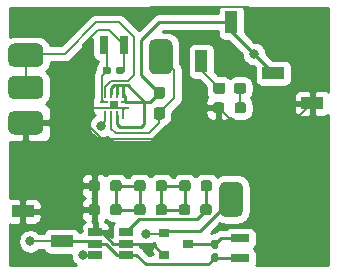
<source format=gtl>
%TF.GenerationSoftware,KiCad,Pcbnew,5.1.10*%
%TF.CreationDate,2021-08-11T21:48:22+02:00*%
%TF.ProjectId,LiPo_Wireless,4c69506f-5f57-4697-9265-6c6573732e6b,rev?*%
%TF.SameCoordinates,Original*%
%TF.FileFunction,Copper,L1,Top*%
%TF.FilePolarity,Positive*%
%FSLAX46Y46*%
G04 Gerber Fmt 4.6, Leading zero omitted, Abs format (unit mm)*
G04 Created by KiCad (PCBNEW 5.1.10) date 2021-08-11 21:48:22*
%MOMM*%
%LPD*%
G01*
G04 APERTURE LIST*
%TA.AperFunction,SMDPad,CuDef*%
%ADD10R,1.900000X1.000000*%
%TD*%
%TA.AperFunction,SMDPad,CuDef*%
%ADD11R,1.500000X0.700000*%
%TD*%
%TA.AperFunction,SMDPad,CuDef*%
%ADD12R,0.700000X1.500000*%
%TD*%
%TA.AperFunction,SMDPad,CuDef*%
%ADD13R,0.900000X0.800000*%
%TD*%
%TA.AperFunction,SMDPad,CuDef*%
%ADD14R,1.220000X0.650000*%
%TD*%
%TA.AperFunction,SMDPad,CuDef*%
%ADD15C,0.100000*%
%TD*%
%TA.AperFunction,SMDPad,CuDef*%
%ADD16R,0.700000X0.250000*%
%TD*%
%TA.AperFunction,SMDPad,CuDef*%
%ADD17R,0.250000X0.700000*%
%TD*%
%TA.AperFunction,SMDPad,CuDef*%
%ADD18R,1.000000X1.900000*%
%TD*%
%TA.AperFunction,ViaPad*%
%ADD19C,0.800000*%
%TD*%
%TA.AperFunction,Conductor*%
%ADD20C,0.200000*%
%TD*%
%TA.AperFunction,Conductor*%
%ADD21C,0.250000*%
%TD*%
%TA.AperFunction,Conductor*%
%ADD22C,0.254000*%
%TD*%
%TA.AperFunction,Conductor*%
%ADD23C,0.100000*%
%TD*%
G04 APERTURE END LIST*
%TO.P,BT1,1*%
%TO.N,Net-(BT1-Pad1)*%
%TA.AperFunction,SMDPad,CuDef*%
G36*
G01*
X65048000Y-109895000D02*
X65048000Y-108895000D01*
G75*
G02*
X65548000Y-108395000I500000J0D01*
G01*
X67548000Y-108395000D01*
G75*
G02*
X68048000Y-108895000I0J-500000D01*
G01*
X68048000Y-109895000D01*
G75*
G02*
X67548000Y-110395000I-500000J0D01*
G01*
X65548000Y-110395000D01*
G75*
G02*
X65048000Y-109895000I0J500000D01*
G01*
G37*
%TD.AperFunction*%
%TO.P,BT1,2*%
%TO.N,Net-(BT1-Pad2)*%
%TA.AperFunction,SMDPad,CuDef*%
G36*
G01*
X65048000Y-112895000D02*
X65048000Y-111895000D01*
G75*
G02*
X65548000Y-111395000I500000J0D01*
G01*
X67548000Y-111395000D01*
G75*
G02*
X68048000Y-111895000I0J-500000D01*
G01*
X68048000Y-112895000D01*
G75*
G02*
X67548000Y-113395000I-500000J0D01*
G01*
X65548000Y-113395000D01*
G75*
G02*
X65048000Y-112895000I0J500000D01*
G01*
G37*
%TD.AperFunction*%
%TD*%
%TO.P,C1,1*%
%TO.N,Net-(C1-Pad1)*%
%TA.AperFunction,SMDPad,CuDef*%
G36*
G01*
X82705000Y-124184500D02*
X82395000Y-124184500D01*
G75*
G02*
X82240000Y-124029500I0J155000D01*
G01*
X82240000Y-123604500D01*
G75*
G02*
X82395000Y-123449500I155000J0D01*
G01*
X82705000Y-123449500D01*
G75*
G02*
X82860000Y-123604500I0J-155000D01*
G01*
X82860000Y-124029500D01*
G75*
G02*
X82705000Y-124184500I-155000J0D01*
G01*
G37*
%TD.AperFunction*%
%TO.P,C1,2*%
%TO.N,Net-(C1-Pad2)*%
%TA.AperFunction,SMDPad,CuDef*%
G36*
G01*
X82705000Y-123049500D02*
X82395000Y-123049500D01*
G75*
G02*
X82240000Y-122894500I0J155000D01*
G01*
X82240000Y-122469500D01*
G75*
G02*
X82395000Y-122314500I155000J0D01*
G01*
X82705000Y-122314500D01*
G75*
G02*
X82860000Y-122469500I0J-155000D01*
G01*
X82860000Y-122894500D01*
G75*
G02*
X82705000Y-123049500I-155000J0D01*
G01*
G37*
%TD.AperFunction*%
%TD*%
%TO.P,C2,2*%
%TO.N,Net-(BT1-Pad2)*%
%TA.AperFunction,SMDPad,CuDef*%
G36*
G01*
X74181500Y-108105000D02*
X74181500Y-107795000D01*
G75*
G02*
X74336500Y-107640000I155000J0D01*
G01*
X74761500Y-107640000D01*
G75*
G02*
X74916500Y-107795000I0J-155000D01*
G01*
X74916500Y-108105000D01*
G75*
G02*
X74761500Y-108260000I-155000J0D01*
G01*
X74336500Y-108260000D01*
G75*
G02*
X74181500Y-108105000I0J155000D01*
G01*
G37*
%TD.AperFunction*%
%TO.P,C2,1*%
%TO.N,Net-(C2-Pad1)*%
%TA.AperFunction,SMDPad,CuDef*%
G36*
G01*
X73046500Y-108105000D02*
X73046500Y-107795000D01*
G75*
G02*
X73201500Y-107640000I155000J0D01*
G01*
X73626500Y-107640000D01*
G75*
G02*
X73781500Y-107795000I0J-155000D01*
G01*
X73781500Y-108105000D01*
G75*
G02*
X73626500Y-108260000I-155000J0D01*
G01*
X73201500Y-108260000D01*
G75*
G02*
X73046500Y-108105000I0J155000D01*
G01*
G37*
%TD.AperFunction*%
%TD*%
%TO.P,D1,1*%
%TO.N,Net-(D1-Pad1)*%
%TA.AperFunction,SMDPad,CuDef*%
G36*
G01*
X78088500Y-112130000D02*
X77613500Y-112130000D01*
G75*
G02*
X77376000Y-111892500I0J237500D01*
G01*
X77376000Y-111317500D01*
G75*
G02*
X77613500Y-111080000I237500J0D01*
G01*
X78088500Y-111080000D01*
G75*
G02*
X78326000Y-111317500I0J-237500D01*
G01*
X78326000Y-111892500D01*
G75*
G02*
X78088500Y-112130000I-237500J0D01*
G01*
G37*
%TD.AperFunction*%
%TO.P,D1,2*%
%TO.N,Net-(D1-Pad2)*%
%TA.AperFunction,SMDPad,CuDef*%
G36*
G01*
X78088500Y-110380000D02*
X77613500Y-110380000D01*
G75*
G02*
X77376000Y-110142500I0J237500D01*
G01*
X77376000Y-109567500D01*
G75*
G02*
X77613500Y-109330000I237500J0D01*
G01*
X78088500Y-109330000D01*
G75*
G02*
X78326000Y-109567500I0J-237500D01*
G01*
X78326000Y-110142500D01*
G75*
G02*
X78088500Y-110380000I-237500J0D01*
G01*
G37*
%TD.AperFunction*%
%TD*%
%TO.P,D2,2*%
%TO.N,Net-(D2-Pad2)*%
%TA.AperFunction,SMDPad,CuDef*%
G36*
G01*
X83456000Y-109236500D02*
X83456000Y-109711500D01*
G75*
G02*
X83218500Y-109949000I-237500J0D01*
G01*
X82643500Y-109949000D01*
G75*
G02*
X82406000Y-109711500I0J237500D01*
G01*
X82406000Y-109236500D01*
G75*
G02*
X82643500Y-108999000I237500J0D01*
G01*
X83218500Y-108999000D01*
G75*
G02*
X83456000Y-109236500I0J-237500D01*
G01*
G37*
%TD.AperFunction*%
%TO.P,D2,1*%
%TO.N,Net-(D2-Pad1)*%
%TA.AperFunction,SMDPad,CuDef*%
G36*
G01*
X85206000Y-109236500D02*
X85206000Y-109711500D01*
G75*
G02*
X84968500Y-109949000I-237500J0D01*
G01*
X84393500Y-109949000D01*
G75*
G02*
X84156000Y-109711500I0J237500D01*
G01*
X84156000Y-109236500D01*
G75*
G02*
X84393500Y-108999000I237500J0D01*
G01*
X84968500Y-108999000D01*
G75*
G02*
X85206000Y-109236500I0J-237500D01*
G01*
G37*
%TD.AperFunction*%
%TD*%
%TO.P,J_Bat1,1*%
%TO.N,Net-(BT1-Pad1)*%
%TA.AperFunction,SMDPad,CuDef*%
G36*
G01*
X65048000Y-107180000D02*
X65048000Y-106180000D01*
G75*
G02*
X65548000Y-105680000I500000J0D01*
G01*
X67548000Y-105680000D01*
G75*
G02*
X68048000Y-106180000I0J-500000D01*
G01*
X68048000Y-107180000D01*
G75*
G02*
X67548000Y-107680000I-500000J0D01*
G01*
X65548000Y-107680000D01*
G75*
G02*
X65048000Y-107180000I0J500000D01*
G01*
G37*
%TD.AperFunction*%
%TD*%
%TO.P,J_Chg,1*%
%TO.N,Net-(D1-Pad1)*%
%TA.AperFunction,SMDPad,CuDef*%
G36*
G01*
X78478000Y-108307000D02*
X77478000Y-108307000D01*
G75*
G02*
X76978000Y-107807000I0J500000D01*
G01*
X76978000Y-105807000D01*
G75*
G02*
X77478000Y-105307000I500000J0D01*
G01*
X78478000Y-105307000D01*
G75*
G02*
X78978000Y-105807000I0J-500000D01*
G01*
X78978000Y-107807000D01*
G75*
G02*
X78478000Y-108307000I-500000J0D01*
G01*
G37*
%TD.AperFunction*%
%TD*%
%TO.P,J_Frq1,1*%
%TO.N,Net-(J_Frq1-Pad1)*%
%TA.AperFunction,SMDPad,CuDef*%
G36*
G01*
X83447000Y-117372000D02*
X84447000Y-117372000D01*
G75*
G02*
X84947000Y-117872000I0J-500000D01*
G01*
X84947000Y-119872000D01*
G75*
G02*
X84447000Y-120372000I-500000J0D01*
G01*
X83447000Y-120372000D01*
G75*
G02*
X82947000Y-119872000I0J500000D01*
G01*
X82947000Y-117872000D01*
G75*
G02*
X83447000Y-117372000I500000J0D01*
G01*
G37*
%TD.AperFunction*%
%TD*%
D10*
%TO.P,Power_in,2*%
%TO.N,Net-(C1-Pad1)*%
X69596000Y-122428000D03*
%TO.P,Power_in,1*%
%TO.N,Net-(BT1-Pad2)*%
X66296000Y-119888000D03*
%TD*%
%TO.P,Power_out,1*%
%TO.N,Net-(D1-Pad2)*%
X87505000Y-108204000D03*
%TO.P,Power_out,2*%
%TO.N,Net-(BT1-Pad2)*%
X90805000Y-110744000D03*
%TD*%
D11*
%TO.P,L1,2*%
%TO.N,Net-(C1-Pad2)*%
X84709000Y-122174000D03*
%TO.P,L1,1*%
%TO.N,Net-(C1-Pad1)*%
X84709000Y-123874000D03*
%TD*%
D12*
%TO.P,L2,1*%
%TO.N,Net-(BT1-Pad2)*%
X74852000Y-105791000D03*
%TO.P,L2,2*%
%TO.N,Net-(C2-Pad1)*%
X73152000Y-105791000D03*
%TD*%
D13*
%TO.P,Q1,1*%
%TO.N,Net-(J_Frq1-Pad1)*%
X78264000Y-121732000D03*
%TO.P,Q1,2*%
%TO.N,Net-(BT1-Pad2)*%
X78264000Y-123632000D03*
%TO.P,Q1,3*%
%TO.N,Net-(C1-Pad2)*%
X80264000Y-122682000D03*
%TD*%
%TO.P,R1,1*%
%TO.N,Net-(R1-Pad1)*%
%TA.AperFunction,SMDPad,CuDef*%
G36*
G01*
X82322500Y-117491500D02*
X82322500Y-117966500D01*
G75*
G02*
X82085000Y-118204000I-237500J0D01*
G01*
X81585000Y-118204000D01*
G75*
G02*
X81347500Y-117966500I0J237500D01*
G01*
X81347500Y-117491500D01*
G75*
G02*
X81585000Y-117254000I237500J0D01*
G01*
X82085000Y-117254000D01*
G75*
G02*
X82322500Y-117491500I0J-237500D01*
G01*
G37*
%TD.AperFunction*%
%TO.P,R1,2*%
%TO.N,Net-(R1-Pad2)*%
%TA.AperFunction,SMDPad,CuDef*%
G36*
G01*
X80497500Y-117491500D02*
X80497500Y-117966500D01*
G75*
G02*
X80260000Y-118204000I-237500J0D01*
G01*
X79760000Y-118204000D01*
G75*
G02*
X79522500Y-117966500I0J237500D01*
G01*
X79522500Y-117491500D01*
G75*
G02*
X79760000Y-117254000I237500J0D01*
G01*
X80260000Y-117254000D01*
G75*
G02*
X80497500Y-117491500I0J-237500D01*
G01*
G37*
%TD.AperFunction*%
%TD*%
%TO.P,R2,2*%
%TO.N,Net-(R2-Pad2)*%
%TA.AperFunction,SMDPad,CuDef*%
G36*
G01*
X76687500Y-117491500D02*
X76687500Y-117966500D01*
G75*
G02*
X76450000Y-118204000I-237500J0D01*
G01*
X75950000Y-118204000D01*
G75*
G02*
X75712500Y-117966500I0J237500D01*
G01*
X75712500Y-117491500D01*
G75*
G02*
X75950000Y-117254000I237500J0D01*
G01*
X76450000Y-117254000D01*
G75*
G02*
X76687500Y-117491500I0J-237500D01*
G01*
G37*
%TD.AperFunction*%
%TO.P,R2,1*%
%TO.N,Net-(R1-Pad2)*%
%TA.AperFunction,SMDPad,CuDef*%
G36*
G01*
X78512500Y-117491500D02*
X78512500Y-117966500D01*
G75*
G02*
X78275000Y-118204000I-237500J0D01*
G01*
X77775000Y-118204000D01*
G75*
G02*
X77537500Y-117966500I0J237500D01*
G01*
X77537500Y-117491500D01*
G75*
G02*
X77775000Y-117254000I237500J0D01*
G01*
X78275000Y-117254000D01*
G75*
G02*
X78512500Y-117491500I0J-237500D01*
G01*
G37*
%TD.AperFunction*%
%TD*%
%TO.P,R3,2*%
%TO.N,Net-(BT1-Pad2)*%
%TA.AperFunction,SMDPad,CuDef*%
G36*
G01*
X72830500Y-119523500D02*
X72830500Y-119998500D01*
G75*
G02*
X72593000Y-120236000I-237500J0D01*
G01*
X72093000Y-120236000D01*
G75*
G02*
X71855500Y-119998500I0J237500D01*
G01*
X71855500Y-119523500D01*
G75*
G02*
X72093000Y-119286000I237500J0D01*
G01*
X72593000Y-119286000D01*
G75*
G02*
X72830500Y-119523500I0J-237500D01*
G01*
G37*
%TD.AperFunction*%
%TO.P,R3,1*%
%TO.N,Net-(R2-Pad2)*%
%TA.AperFunction,SMDPad,CuDef*%
G36*
G01*
X74655500Y-119523500D02*
X74655500Y-119998500D01*
G75*
G02*
X74418000Y-120236000I-237500J0D01*
G01*
X73918000Y-120236000D01*
G75*
G02*
X73680500Y-119998500I0J237500D01*
G01*
X73680500Y-119523500D01*
G75*
G02*
X73918000Y-119286000I237500J0D01*
G01*
X74418000Y-119286000D01*
G75*
G02*
X74655500Y-119523500I0J-237500D01*
G01*
G37*
%TD.AperFunction*%
%TD*%
%TO.P,R4,2*%
%TO.N,Net-(R1-Pad2)*%
%TA.AperFunction,SMDPad,CuDef*%
G36*
G01*
X80474000Y-119523500D02*
X80474000Y-119998500D01*
G75*
G02*
X80236500Y-120236000I-237500J0D01*
G01*
X79736500Y-120236000D01*
G75*
G02*
X79499000Y-119998500I0J237500D01*
G01*
X79499000Y-119523500D01*
G75*
G02*
X79736500Y-119286000I237500J0D01*
G01*
X80236500Y-119286000D01*
G75*
G02*
X80474000Y-119523500I0J-237500D01*
G01*
G37*
%TD.AperFunction*%
%TO.P,R4,1*%
%TO.N,Net-(R1-Pad1)*%
%TA.AperFunction,SMDPad,CuDef*%
G36*
G01*
X82299000Y-119523500D02*
X82299000Y-119998500D01*
G75*
G02*
X82061500Y-120236000I-237500J0D01*
G01*
X81561500Y-120236000D01*
G75*
G02*
X81324000Y-119998500I0J237500D01*
G01*
X81324000Y-119523500D01*
G75*
G02*
X81561500Y-119286000I237500J0D01*
G01*
X82061500Y-119286000D01*
G75*
G02*
X82299000Y-119523500I0J-237500D01*
G01*
G37*
%TD.AperFunction*%
%TD*%
%TO.P,R5,1*%
%TO.N,Net-(R1-Pad2)*%
%TA.AperFunction,SMDPad,CuDef*%
G36*
G01*
X78512500Y-119523500D02*
X78512500Y-119998500D01*
G75*
G02*
X78275000Y-120236000I-237500J0D01*
G01*
X77775000Y-120236000D01*
G75*
G02*
X77537500Y-119998500I0J237500D01*
G01*
X77537500Y-119523500D01*
G75*
G02*
X77775000Y-119286000I237500J0D01*
G01*
X78275000Y-119286000D01*
G75*
G02*
X78512500Y-119523500I0J-237500D01*
G01*
G37*
%TD.AperFunction*%
%TO.P,R5,2*%
%TO.N,Net-(R2-Pad2)*%
%TA.AperFunction,SMDPad,CuDef*%
G36*
G01*
X76687500Y-119523500D02*
X76687500Y-119998500D01*
G75*
G02*
X76450000Y-120236000I-237500J0D01*
G01*
X75950000Y-120236000D01*
G75*
G02*
X75712500Y-119998500I0J237500D01*
G01*
X75712500Y-119523500D01*
G75*
G02*
X75950000Y-119286000I237500J0D01*
G01*
X76450000Y-119286000D01*
G75*
G02*
X76687500Y-119523500I0J-237500D01*
G01*
G37*
%TD.AperFunction*%
%TD*%
%TO.P,R6,1*%
%TO.N,Net-(R2-Pad2)*%
%TA.AperFunction,SMDPad,CuDef*%
G36*
G01*
X74655500Y-117491500D02*
X74655500Y-117966500D01*
G75*
G02*
X74418000Y-118204000I-237500J0D01*
G01*
X73918000Y-118204000D01*
G75*
G02*
X73680500Y-117966500I0J237500D01*
G01*
X73680500Y-117491500D01*
G75*
G02*
X73918000Y-117254000I237500J0D01*
G01*
X74418000Y-117254000D01*
G75*
G02*
X74655500Y-117491500I0J-237500D01*
G01*
G37*
%TD.AperFunction*%
%TO.P,R6,2*%
%TO.N,Net-(BT1-Pad2)*%
%TA.AperFunction,SMDPad,CuDef*%
G36*
G01*
X72830500Y-117491500D02*
X72830500Y-117966500D01*
G75*
G02*
X72593000Y-118204000I-237500J0D01*
G01*
X72093000Y-118204000D01*
G75*
G02*
X71855500Y-117966500I0J237500D01*
G01*
X71855500Y-117491500D01*
G75*
G02*
X72093000Y-117254000I237500J0D01*
G01*
X72593000Y-117254000D01*
G75*
G02*
X72830500Y-117491500I0J-237500D01*
G01*
G37*
%TD.AperFunction*%
%TD*%
%TO.P,R7,1*%
%TO.N,Net-(D2-Pad1)*%
%TA.AperFunction,SMDPad,CuDef*%
G36*
G01*
X85196500Y-110887500D02*
X85196500Y-111362500D01*
G75*
G02*
X84959000Y-111600000I-237500J0D01*
G01*
X84459000Y-111600000D01*
G75*
G02*
X84221500Y-111362500I0J237500D01*
G01*
X84221500Y-110887500D01*
G75*
G02*
X84459000Y-110650000I237500J0D01*
G01*
X84959000Y-110650000D01*
G75*
G02*
X85196500Y-110887500I0J-237500D01*
G01*
G37*
%TD.AperFunction*%
%TO.P,R7,2*%
%TO.N,Net-(BT1-Pad2)*%
%TA.AperFunction,SMDPad,CuDef*%
G36*
G01*
X83371500Y-110887500D02*
X83371500Y-111362500D01*
G75*
G02*
X83134000Y-111600000I-237500J0D01*
G01*
X82634000Y-111600000D01*
G75*
G02*
X82396500Y-111362500I0J237500D01*
G01*
X82396500Y-110887500D01*
G75*
G02*
X82634000Y-110650000I237500J0D01*
G01*
X83134000Y-110650000D01*
G75*
G02*
X83371500Y-110887500I0J-237500D01*
G01*
G37*
%TD.AperFunction*%
%TD*%
D14*
%TO.P,U1,1*%
%TO.N,Net-(C1-Pad1)*%
X75057000Y-123571000D03*
%TO.P,U1,2*%
%TO.N,Net-(BT1-Pad2)*%
X75057000Y-122621000D03*
%TO.P,U1,3*%
%TO.N,Net-(R1-Pad1)*%
X75057000Y-121671000D03*
%TO.P,U1,4*%
%TO.N,Net-(BT1-Pad2)*%
X72437000Y-121671000D03*
%TO.P,U1,5*%
%TO.N,Net-(C1-Pad1)*%
X72437000Y-122621000D03*
%TO.P,U1,6*%
%TO.N,Net-(J_Frq1-Pad1)*%
X72437000Y-123571000D03*
%TD*%
%TA.AperFunction,SMDPad,CuDef*%
D15*
%TO.P,U2,13*%
%TO.N,Net-(BT1-Pad2)*%
G36*
X74391000Y-110521000D02*
G01*
X74391000Y-111221000D01*
X73831000Y-111221000D01*
X73691000Y-111081000D01*
X73691000Y-110521000D01*
X74391000Y-110521000D01*
G37*
%TD.AperFunction*%
D16*
%TO.P,U2,12*%
X73141000Y-111121000D03*
%TO.P,U2,11*%
%TO.N,Net-(C2-Pad1)*%
X73141000Y-110621000D03*
%TO.P,U2,5*%
%TO.N,Net-(D1-Pad2)*%
X74941000Y-110621000D03*
%TO.P,U2,6*%
%TO.N,Net-(BT1-Pad2)*%
X74941000Y-111121000D03*
D17*
%TO.P,U2,10*%
%TO.N,Net-(BT1-Pad1)*%
X73291000Y-109971000D03*
%TO.P,U2,9*%
%TO.N,Net-(D1-Pad2)*%
X73791000Y-109971000D03*
%TO.P,U2,8*%
X74291000Y-109971000D03*
%TO.P,U2,7*%
X74791000Y-109971000D03*
%TO.P,U2,1*%
X73291000Y-111771000D03*
%TO.P,U2,2*%
%TO.N,Net-(D1-Pad1)*%
X73791000Y-111771000D03*
%TO.P,U2,3*%
%TO.N,Net-(D1-Pad2)*%
X74291000Y-111771000D03*
%TO.P,U2,4*%
%TO.N,Net-(BT1-Pad2)*%
X74791000Y-111771000D03*
%TD*%
D18*
%TO.P,LED1,1*%
%TO.N,Net-(D1-Pad2)*%
X83947000Y-103887000D03*
%TO.P,LED1,2*%
%TO.N,Net-(D2-Pad2)*%
X81407000Y-107187000D03*
%TD*%
D19*
%TO.N,Net-(C1-Pad1)*%
X66929000Y-122428000D03*
%TO.N,Net-(D1-Pad2)*%
X72898000Y-112649000D03*
X85852000Y-106553000D03*
%TO.N,Net-(J_Frq1-Pad1)*%
X71374000Y-123571000D03*
X76708000Y-121793000D03*
%TD*%
D20*
%TO.N,Net-(BT1-Pad1)*%
X66548000Y-109395000D02*
X66548000Y-106680000D01*
X66675000Y-106553000D02*
X66548000Y-106680000D01*
X69850000Y-106553000D02*
X66675000Y-106553000D01*
X74407002Y-103886000D02*
X72517000Y-103886000D01*
X72517000Y-103886000D02*
X69850000Y-106553000D01*
X75692000Y-105170998D02*
X74407002Y-103886000D01*
X73291000Y-109335000D02*
X73787000Y-108839000D01*
X73291000Y-109971000D02*
X73291000Y-109335000D01*
X75184000Y-108839000D02*
X75692000Y-108331000D01*
X75692000Y-108331000D02*
X75692000Y-105170998D01*
X73787000Y-108839000D02*
X75184000Y-108839000D01*
D21*
%TO.N,Net-(BT1-Pad2)*%
X73007002Y-121671000D02*
X72437000Y-121671000D01*
X73957002Y-122621000D02*
X73007002Y-121671000D01*
X75057000Y-122621000D02*
X73957002Y-122621000D01*
X78264000Y-123632000D02*
X77253000Y-122621000D01*
X77253000Y-122621000D02*
X75057000Y-122621000D01*
X72216000Y-119888000D02*
X72343000Y-119761000D01*
X66296000Y-119888000D02*
X72216000Y-119888000D01*
X72343000Y-121577000D02*
X72437000Y-121671000D01*
X72343000Y-119761000D02*
X72343000Y-121577000D01*
X72343000Y-119761000D02*
X72343000Y-117729000D01*
X74041000Y-110871000D02*
X74241001Y-111071001D01*
D20*
X74852000Y-107647000D02*
X74549000Y-107950000D01*
X74852000Y-105791000D02*
X74852000Y-107647000D01*
X73141000Y-111121000D02*
X71378000Y-111121000D01*
X70104000Y-112395000D02*
X66548000Y-112395000D01*
X82884000Y-111125000D02*
X80010000Y-111125000D01*
X80010000Y-111125000D02*
X77343000Y-113792000D01*
X73025000Y-113792000D02*
X70866000Y-111633000D01*
X77343000Y-113792000D02*
X73025000Y-113792000D01*
X70866000Y-111633000D02*
X70104000Y-112395000D01*
X71378000Y-111121000D02*
X70866000Y-111633000D01*
X82884000Y-111125000D02*
X84027000Y-112268000D01*
X89281000Y-112268000D02*
X90805000Y-110744000D01*
X84027000Y-112268000D02*
X89281000Y-112268000D01*
X72343000Y-114474000D02*
X72343000Y-117729000D01*
X73025000Y-113792000D02*
X72343000Y-114474000D01*
X74002000Y-104941000D02*
X74852000Y-105791000D01*
X72644000Y-104521000D02*
X73582000Y-104521000D01*
X71378000Y-105787000D02*
X72644000Y-104521000D01*
X73582000Y-104521000D02*
X74002000Y-104941000D01*
X71378000Y-111121000D02*
X71378000Y-105787000D01*
X74291000Y-111121000D02*
X74041000Y-110871000D01*
X74941000Y-111121000D02*
X74291000Y-111121000D01*
X74791000Y-111271000D02*
X74941000Y-111121000D01*
X74791000Y-111771000D02*
X74791000Y-111271000D01*
X90805000Y-108934998D02*
X85725000Y-103854998D01*
X90805000Y-110744000D02*
X90805000Y-108934998D01*
X85725000Y-103854998D02*
X85725000Y-102997000D01*
X85725000Y-102997000D02*
X85344000Y-102616000D01*
X85344000Y-102616000D02*
X79121000Y-102616000D01*
X79121000Y-102616000D02*
X77089000Y-102616000D01*
X77089000Y-102616000D02*
X76327000Y-103378000D01*
X73141000Y-111121000D02*
X73283000Y-111121000D01*
X73791000Y-111121000D02*
X74041000Y-110871000D01*
X73141000Y-111121000D02*
X73791000Y-111121000D01*
D21*
%TO.N,Net-(C1-Pad1)*%
X72244000Y-122428000D02*
X72437000Y-122621000D01*
X69596000Y-122428000D02*
X72244000Y-122428000D01*
X82009999Y-124357001D02*
X82550000Y-123817000D01*
X76703001Y-124357001D02*
X82009999Y-124357001D01*
X75917000Y-123571000D02*
X76703001Y-124357001D01*
X75057000Y-123571000D02*
X75917000Y-123571000D01*
X84652000Y-123817000D02*
X84709000Y-123874000D01*
X82550000Y-123817000D02*
X84652000Y-123817000D01*
X72437000Y-122621000D02*
X73320592Y-122621000D01*
X73320592Y-122621000D02*
X74270592Y-123571000D01*
X74270592Y-123571000D02*
X75057000Y-123571000D01*
D20*
X69596000Y-122428000D02*
X66929000Y-122428000D01*
D21*
%TO.N,Net-(C1-Pad2)*%
X83058000Y-122174000D02*
X82550000Y-122682000D01*
X84709000Y-122174000D02*
X83058000Y-122174000D01*
X82550000Y-122682000D02*
X80264000Y-122682000D01*
D20*
%TO.N,Net-(C2-Pad1)*%
X72965999Y-108398001D02*
X73414000Y-107950000D01*
X72965999Y-110445999D02*
X72965999Y-108398001D01*
X73141000Y-110621000D02*
X72965999Y-110445999D01*
X73414000Y-106053000D02*
X73152000Y-105791000D01*
X73414000Y-107950000D02*
X73414000Y-106053000D01*
%TO.N,Net-(D1-Pad1)*%
X73791000Y-111771000D02*
X73791000Y-112907000D01*
X73791000Y-112907000D02*
X74168000Y-113284000D01*
X74168000Y-113284000D02*
X76962000Y-113284000D01*
X77851000Y-112395000D02*
X77851000Y-111605000D01*
X76962000Y-113284000D02*
X77851000Y-112395000D01*
X77851000Y-111605000D02*
X79121000Y-110335000D01*
X79121000Y-107950000D02*
X77978000Y-106807000D01*
X79121000Y-110335000D02*
X79121000Y-107950000D01*
D21*
%TO.N,Net-(D1-Pad2)*%
X74291000Y-112106002D02*
X74295000Y-112110002D01*
X74291000Y-111771000D02*
X74291000Y-112106002D01*
X74945000Y-110617000D02*
X74941000Y-110621000D01*
X76581000Y-110617000D02*
X74945000Y-110617000D01*
X77089000Y-110617000D02*
X77851000Y-109855000D01*
X76581000Y-110617000D02*
X77089000Y-110617000D01*
X74295000Y-112522000D02*
X74549000Y-112776000D01*
X74295000Y-112110002D02*
X74295000Y-112522000D01*
X76327000Y-112776000D02*
X76581000Y-112522000D01*
X76581000Y-112522000D02*
X76581000Y-110617000D01*
X74549000Y-112776000D02*
X76327000Y-112776000D01*
X74941000Y-110121000D02*
X74791000Y-109971000D01*
X74941000Y-110621000D02*
X74941000Y-110121000D01*
X74803000Y-109959000D02*
X74791000Y-109971000D01*
X74803000Y-109220000D02*
X74803000Y-109959000D01*
X75184000Y-109220000D02*
X76581000Y-110617000D01*
X74803000Y-109220000D02*
X75184000Y-109220000D01*
X74291000Y-109224000D02*
X74295000Y-109220000D01*
X74291000Y-109971000D02*
X74291000Y-109224000D01*
X74295000Y-109220000D02*
X74803000Y-109220000D01*
X83947000Y-103887000D02*
X83947000Y-104646000D01*
X73791000Y-109971000D02*
X73791000Y-109478000D01*
X74049000Y-109220000D02*
X74295000Y-109220000D01*
X73791000Y-109478000D02*
X74049000Y-109220000D01*
X83947000Y-103887000D02*
X77850000Y-103887000D01*
X77850000Y-103887000D02*
X76327000Y-105410000D01*
X76327000Y-108331000D02*
X77851000Y-109855000D01*
X76327000Y-105410000D02*
X76327000Y-108331000D01*
D20*
X73291000Y-112256000D02*
X72898000Y-112649000D01*
X73291000Y-111771000D02*
X73291000Y-112256000D01*
X85914500Y-106615500D02*
X85852000Y-106553000D01*
X85916500Y-106615500D02*
X85914500Y-106615500D01*
D21*
X85852000Y-106553000D02*
X87505000Y-108204000D01*
X83947000Y-104646000D02*
X85916500Y-106615500D01*
D20*
%TO.N,Net-(D2-Pad2)*%
X81407000Y-107950000D02*
X82931000Y-109474000D01*
X81407000Y-107187000D02*
X81407000Y-107950000D01*
%TO.N,Net-(D2-Pad1)*%
X84709000Y-109502000D02*
X84681000Y-109474000D01*
X84709000Y-111125000D02*
X84709000Y-109502000D01*
D21*
%TO.N,Net-(J_Frq1-Pad1)*%
X72437000Y-123571000D02*
X71374000Y-123571000D01*
X78457000Y-121539000D02*
X78264000Y-121732000D01*
X79502000Y-121539000D02*
X78457000Y-121539000D01*
X83947000Y-118908510D02*
X83947000Y-118872000D01*
X81316510Y-121539000D02*
X83947000Y-118908510D01*
X79502000Y-121539000D02*
X81316510Y-121539000D01*
D20*
X78203000Y-121793000D02*
X78264000Y-121732000D01*
X76708000Y-121793000D02*
X78203000Y-121793000D01*
D21*
%TO.N,Net-(R1-Pad1)*%
X81811500Y-117752500D02*
X81835000Y-117729000D01*
X81811500Y-119761000D02*
X81811500Y-117752500D01*
X76166990Y-120561010D02*
X75057000Y-121671000D01*
X81011490Y-120561010D02*
X76166990Y-120561010D01*
X81811500Y-119761000D02*
X81011490Y-120561010D01*
%TO.N,Net-(R1-Pad2)*%
X78025000Y-119761000D02*
X78025000Y-117729000D01*
X78025000Y-117729000D02*
X80010000Y-117729000D01*
X80010000Y-119737500D02*
X79986500Y-119761000D01*
X80010000Y-117729000D02*
X80010000Y-119737500D01*
X79986500Y-119761000D02*
X78025000Y-119761000D01*
%TO.N,Net-(R2-Pad2)*%
X74168000Y-119761000D02*
X76200000Y-119761000D01*
X76200000Y-119761000D02*
X76200000Y-117729000D01*
X76200000Y-117729000D02*
X74168000Y-117729000D01*
X74168000Y-117729000D02*
X74168000Y-119761000D01*
%TD*%
D22*
%TO.N,Net-(BT1-Pad2)*%
X92177001Y-109768864D02*
X92109494Y-109713463D01*
X91999180Y-109654498D01*
X91879482Y-109618188D01*
X91755000Y-109605928D01*
X91090750Y-109609000D01*
X90932000Y-109767750D01*
X90932000Y-110617000D01*
X90952000Y-110617000D01*
X90952000Y-110871000D01*
X90932000Y-110871000D01*
X90932000Y-111720250D01*
X91090750Y-111879000D01*
X91755000Y-111882072D01*
X91879482Y-111869812D01*
X91999180Y-111833502D01*
X92109494Y-111774537D01*
X92177001Y-111719136D01*
X92177000Y-124435000D01*
X86058567Y-124435000D01*
X86084812Y-124348482D01*
X86097072Y-124224000D01*
X86097072Y-123524000D01*
X86084812Y-123399518D01*
X86048502Y-123279820D01*
X85989537Y-123169506D01*
X85910185Y-123072815D01*
X85850704Y-123024000D01*
X85910185Y-122975185D01*
X85989537Y-122878494D01*
X86048502Y-122768180D01*
X86084812Y-122648482D01*
X86097072Y-122524000D01*
X86097072Y-121824000D01*
X86084812Y-121699518D01*
X86048502Y-121579820D01*
X85989537Y-121469506D01*
X85910185Y-121372815D01*
X85813494Y-121293463D01*
X85703180Y-121234498D01*
X85583482Y-121198188D01*
X85459000Y-121185928D01*
X83959000Y-121185928D01*
X83834518Y-121198188D01*
X83714820Y-121234498D01*
X83604506Y-121293463D01*
X83507815Y-121372815D01*
X83474015Y-121414000D01*
X83095322Y-121414000D01*
X83057999Y-121410324D01*
X83020676Y-121414000D01*
X83020667Y-121414000D01*
X82909014Y-121424997D01*
X82765753Y-121468454D01*
X82633724Y-121539026D01*
X82517999Y-121633999D01*
X82494200Y-121662998D01*
X82480770Y-121676428D01*
X82395000Y-121676428D01*
X82240279Y-121691667D01*
X82237932Y-121692379D01*
X83008476Y-120921836D01*
X83011479Y-120923441D01*
X83224973Y-120988204D01*
X83447000Y-121010072D01*
X84447000Y-121010072D01*
X84669027Y-120988204D01*
X84882521Y-120923441D01*
X85079279Y-120818272D01*
X85251738Y-120676738D01*
X85393272Y-120504279D01*
X85498441Y-120307521D01*
X85563204Y-120094027D01*
X85585072Y-119872000D01*
X85585072Y-117872000D01*
X85563204Y-117649973D01*
X85498441Y-117436479D01*
X85393272Y-117239721D01*
X85251738Y-117067262D01*
X85079279Y-116925728D01*
X84882521Y-116820559D01*
X84669027Y-116755796D01*
X84447000Y-116733928D01*
X83447000Y-116733928D01*
X83224973Y-116755796D01*
X83011479Y-116820559D01*
X82814721Y-116925728D01*
X82774797Y-116958493D01*
X82704123Y-116872377D01*
X82571442Y-116763488D01*
X82420067Y-116682577D01*
X82255816Y-116632752D01*
X82085000Y-116615928D01*
X81585000Y-116615928D01*
X81414184Y-116632752D01*
X81249933Y-116682577D01*
X81098558Y-116763488D01*
X80965877Y-116872377D01*
X80922500Y-116925232D01*
X80879123Y-116872377D01*
X80746442Y-116763488D01*
X80595067Y-116682577D01*
X80430816Y-116632752D01*
X80260000Y-116615928D01*
X79760000Y-116615928D01*
X79589184Y-116632752D01*
X79424933Y-116682577D01*
X79273558Y-116763488D01*
X79140877Y-116872377D01*
X79061580Y-116969000D01*
X78973420Y-116969000D01*
X78894123Y-116872377D01*
X78761442Y-116763488D01*
X78610067Y-116682577D01*
X78445816Y-116632752D01*
X78275000Y-116615928D01*
X77775000Y-116615928D01*
X77604184Y-116632752D01*
X77439933Y-116682577D01*
X77288558Y-116763488D01*
X77155877Y-116872377D01*
X77112500Y-116925232D01*
X77069123Y-116872377D01*
X76936442Y-116763488D01*
X76785067Y-116682577D01*
X76620816Y-116632752D01*
X76450000Y-116615928D01*
X75950000Y-116615928D01*
X75779184Y-116632752D01*
X75614933Y-116682577D01*
X75463558Y-116763488D01*
X75330877Y-116872377D01*
X75251580Y-116969000D01*
X75116420Y-116969000D01*
X75037123Y-116872377D01*
X74904442Y-116763488D01*
X74753067Y-116682577D01*
X74588816Y-116632752D01*
X74418000Y-116615928D01*
X73918000Y-116615928D01*
X73747184Y-116632752D01*
X73582933Y-116682577D01*
X73431558Y-116763488D01*
X73322717Y-116852812D01*
X73281685Y-116802815D01*
X73184994Y-116723463D01*
X73074680Y-116664498D01*
X72954982Y-116628188D01*
X72830500Y-116615928D01*
X72628750Y-116619000D01*
X72470000Y-116777750D01*
X72470000Y-117602000D01*
X72490000Y-117602000D01*
X72490000Y-117856000D01*
X72470000Y-117856000D01*
X72470000Y-118680250D01*
X72534750Y-118745000D01*
X72470000Y-118809750D01*
X72470000Y-119634000D01*
X72490000Y-119634000D01*
X72490000Y-119888000D01*
X72470000Y-119888000D01*
X72470000Y-120712250D01*
X72595750Y-120838000D01*
X72564000Y-120869750D01*
X72564000Y-121544000D01*
X73523250Y-121544000D01*
X73682000Y-121385250D01*
X73685072Y-121346000D01*
X73672812Y-121221518D01*
X73636502Y-121101820D01*
X73577537Y-120991506D01*
X73498185Y-120894815D01*
X73401494Y-120815463D01*
X73291180Y-120756498D01*
X73222582Y-120735689D01*
X73281685Y-120687185D01*
X73322717Y-120637188D01*
X73431558Y-120726512D01*
X73582933Y-120807423D01*
X73747184Y-120857248D01*
X73918000Y-120874072D01*
X74021090Y-120874072D01*
X73995815Y-120894815D01*
X73916463Y-120991506D01*
X73857498Y-121101820D01*
X73821188Y-121221518D01*
X73808928Y-121346000D01*
X73808928Y-121996000D01*
X73813492Y-122042345D01*
X73744868Y-121986026D01*
X73672702Y-121947452D01*
X73523250Y-121798000D01*
X73441141Y-121798000D01*
X73401494Y-121765463D01*
X73291180Y-121706498D01*
X73171482Y-121670188D01*
X73047000Y-121657928D01*
X72290000Y-121657928D01*
X72290000Y-121544000D01*
X72310000Y-121544000D01*
X72310000Y-120869750D01*
X72184250Y-120744000D01*
X72216000Y-120712250D01*
X72216000Y-119888000D01*
X71379250Y-119888000D01*
X71220500Y-120046750D01*
X71217428Y-120236000D01*
X71229688Y-120360482D01*
X71265998Y-120480180D01*
X71324963Y-120590494D01*
X71404315Y-120687185D01*
X71501006Y-120766537D01*
X71532522Y-120783383D01*
X71472506Y-120815463D01*
X71375815Y-120894815D01*
X71296463Y-120991506D01*
X71237498Y-121101820D01*
X71201188Y-121221518D01*
X71188928Y-121346000D01*
X71192000Y-121385250D01*
X71350748Y-121543998D01*
X71192000Y-121543998D01*
X71192000Y-121668000D01*
X71127046Y-121668000D01*
X71076537Y-121573506D01*
X70997185Y-121476815D01*
X70900494Y-121397463D01*
X70790180Y-121338498D01*
X70670482Y-121302188D01*
X70546000Y-121289928D01*
X68646000Y-121289928D01*
X68521518Y-121302188D01*
X68401820Y-121338498D01*
X68291506Y-121397463D01*
X68194815Y-121476815D01*
X68115463Y-121573506D01*
X68056498Y-121683820D01*
X68053713Y-121693000D01*
X67657711Y-121693000D01*
X67588774Y-121624063D01*
X67419256Y-121510795D01*
X67230898Y-121432774D01*
X67030939Y-121393000D01*
X66827061Y-121393000D01*
X66627102Y-121432774D01*
X66438744Y-121510795D01*
X66269226Y-121624063D01*
X66125063Y-121768226D01*
X66011795Y-121937744D01*
X65933774Y-122126102D01*
X65894000Y-122326061D01*
X65894000Y-122529939D01*
X65933774Y-122729898D01*
X66011795Y-122918256D01*
X66125063Y-123087774D01*
X66269226Y-123231937D01*
X66438744Y-123345205D01*
X66627102Y-123423226D01*
X66827061Y-123463000D01*
X67030939Y-123463000D01*
X67230898Y-123423226D01*
X67419256Y-123345205D01*
X67588774Y-123231937D01*
X67657711Y-123163000D01*
X68053713Y-123163000D01*
X68056498Y-123172180D01*
X68115463Y-123282494D01*
X68194815Y-123379185D01*
X68291506Y-123458537D01*
X68401820Y-123517502D01*
X68521518Y-123553812D01*
X68646000Y-123566072D01*
X70339000Y-123566072D01*
X70339000Y-123672939D01*
X70378774Y-123872898D01*
X70456795Y-124061256D01*
X70570063Y-124230774D01*
X70714226Y-124374937D01*
X70804117Y-124435000D01*
X65176000Y-124435000D01*
X65176000Y-121000004D01*
X65221518Y-121013812D01*
X65346000Y-121026072D01*
X66010250Y-121023000D01*
X66169000Y-120864250D01*
X66169000Y-120015000D01*
X66423000Y-120015000D01*
X66423000Y-120864250D01*
X66581750Y-121023000D01*
X67246000Y-121026072D01*
X67370482Y-121013812D01*
X67490180Y-120977502D01*
X67600494Y-120918537D01*
X67697185Y-120839185D01*
X67776537Y-120742494D01*
X67835502Y-120632180D01*
X67871812Y-120512482D01*
X67884072Y-120388000D01*
X67881000Y-120173750D01*
X67722250Y-120015000D01*
X66423000Y-120015000D01*
X66169000Y-120015000D01*
X66149000Y-120015000D01*
X66149000Y-119761000D01*
X66169000Y-119761000D01*
X66169000Y-118911750D01*
X66423000Y-118911750D01*
X66423000Y-119761000D01*
X67722250Y-119761000D01*
X67881000Y-119602250D01*
X67884072Y-119388000D01*
X67871812Y-119263518D01*
X67835502Y-119143820D01*
X67776537Y-119033506D01*
X67697185Y-118936815D01*
X67600494Y-118857463D01*
X67490180Y-118798498D01*
X67370482Y-118762188D01*
X67246000Y-118749928D01*
X66581750Y-118753000D01*
X66423000Y-118911750D01*
X66169000Y-118911750D01*
X66010250Y-118753000D01*
X65346000Y-118749928D01*
X65221518Y-118762188D01*
X65176000Y-118775996D01*
X65176000Y-118204000D01*
X71217428Y-118204000D01*
X71229688Y-118328482D01*
X71265998Y-118448180D01*
X71324963Y-118558494D01*
X71404315Y-118655185D01*
X71501006Y-118734537D01*
X71520581Y-118745000D01*
X71501006Y-118755463D01*
X71404315Y-118834815D01*
X71324963Y-118931506D01*
X71265998Y-119041820D01*
X71229688Y-119161518D01*
X71217428Y-119286000D01*
X71220500Y-119475250D01*
X71379250Y-119634000D01*
X72216000Y-119634000D01*
X72216000Y-118809750D01*
X72151250Y-118745000D01*
X72216000Y-118680250D01*
X72216000Y-117856000D01*
X71379250Y-117856000D01*
X71220500Y-118014750D01*
X71217428Y-118204000D01*
X65176000Y-118204000D01*
X65176000Y-117254000D01*
X71217428Y-117254000D01*
X71220500Y-117443250D01*
X71379250Y-117602000D01*
X72216000Y-117602000D01*
X72216000Y-116777750D01*
X72057250Y-116619000D01*
X71855500Y-116615928D01*
X71731018Y-116628188D01*
X71611320Y-116664498D01*
X71501006Y-116723463D01*
X71404315Y-116802815D01*
X71324963Y-116899506D01*
X71265998Y-117009820D01*
X71229688Y-117129518D01*
X71217428Y-117254000D01*
X65176000Y-117254000D01*
X65176000Y-114032748D01*
X66262250Y-114030000D01*
X66421000Y-113871250D01*
X66421000Y-112522000D01*
X66675000Y-112522000D01*
X66675000Y-113871250D01*
X66833750Y-114030000D01*
X68048000Y-114033072D01*
X68172482Y-114020812D01*
X68292180Y-113984502D01*
X68402494Y-113925537D01*
X68499185Y-113846185D01*
X68578537Y-113749494D01*
X68637502Y-113639180D01*
X68673812Y-113519482D01*
X68686072Y-113395000D01*
X68683000Y-112680750D01*
X68524250Y-112522000D01*
X66675000Y-112522000D01*
X66421000Y-112522000D01*
X66401000Y-112522000D01*
X66401000Y-112268000D01*
X66421000Y-112268000D01*
X66421000Y-112248000D01*
X66675000Y-112248000D01*
X66675000Y-112268000D01*
X68524250Y-112268000D01*
X68683000Y-112109250D01*
X68686072Y-111395000D01*
X68673812Y-111270518D01*
X68637502Y-111150820D01*
X68578537Y-111040506D01*
X68499185Y-110943815D01*
X68402494Y-110864463D01*
X68292180Y-110805498D01*
X68242305Y-110790369D01*
X68352738Y-110699738D01*
X68494272Y-110527279D01*
X68599441Y-110330521D01*
X68664204Y-110117027D01*
X68686072Y-109895000D01*
X68686072Y-108895000D01*
X68664204Y-108672973D01*
X68599441Y-108459479D01*
X68494272Y-108262721D01*
X68352738Y-108090262D01*
X68288448Y-108037500D01*
X68352738Y-107984738D01*
X68494272Y-107812279D01*
X68599441Y-107615521D01*
X68664204Y-107402027D01*
X68675435Y-107288000D01*
X69813895Y-107288000D01*
X69850000Y-107291556D01*
X69886105Y-107288000D01*
X69994085Y-107277365D01*
X70132633Y-107235337D01*
X70260320Y-107167087D01*
X70372238Y-107075238D01*
X70395259Y-107047188D01*
X72163928Y-105278519D01*
X72163928Y-106541000D01*
X72176188Y-106665482D01*
X72212498Y-106785180D01*
X72271463Y-106895494D01*
X72350815Y-106992185D01*
X72447506Y-107071537D01*
X72557820Y-107130502D01*
X72677518Y-107166812D01*
X72679000Y-107166958D01*
X72679000Y-107202792D01*
X72640713Y-107234213D01*
X72542085Y-107354393D01*
X72468797Y-107491504D01*
X72423667Y-107640279D01*
X72408428Y-107795000D01*
X72408428Y-107918817D01*
X72351913Y-107987681D01*
X72291640Y-108100444D01*
X72283663Y-108115368D01*
X72241634Y-108253916D01*
X72227443Y-108398001D01*
X72231000Y-108434116D01*
X72230999Y-110196628D01*
X72201498Y-110251820D01*
X72165188Y-110371518D01*
X72152928Y-110496000D01*
X72152928Y-110746000D01*
X72165188Y-110870482D01*
X72165345Y-110871000D01*
X72165188Y-110871518D01*
X72152928Y-110996000D01*
X72152928Y-111246000D01*
X72165188Y-111370482D01*
X72201498Y-111490180D01*
X72260463Y-111600494D01*
X72339815Y-111697185D01*
X72393547Y-111741281D01*
X72238226Y-111845063D01*
X72094063Y-111989226D01*
X71980795Y-112158744D01*
X71902774Y-112347102D01*
X71863000Y-112547061D01*
X71863000Y-112750939D01*
X71902774Y-112950898D01*
X71980795Y-113139256D01*
X72094063Y-113308774D01*
X72238226Y-113452937D01*
X72407744Y-113566205D01*
X72596102Y-113644226D01*
X72796061Y-113684000D01*
X72999939Y-113684000D01*
X73199898Y-113644226D01*
X73388256Y-113566205D01*
X73401746Y-113557192D01*
X73622741Y-113778187D01*
X73645762Y-113806238D01*
X73757680Y-113898087D01*
X73821524Y-113932212D01*
X73885366Y-113966337D01*
X74023915Y-114008365D01*
X74168000Y-114022556D01*
X74204105Y-114019000D01*
X76925895Y-114019000D01*
X76962000Y-114022556D01*
X76998105Y-114019000D01*
X77106085Y-114008365D01*
X77244633Y-113966337D01*
X77372320Y-113898087D01*
X77484238Y-113806238D01*
X77507258Y-113778188D01*
X78345197Y-112940250D01*
X78373237Y-112917238D01*
X78396250Y-112889197D01*
X78396253Y-112889194D01*
X78424311Y-112855005D01*
X78465087Y-112805320D01*
X78533337Y-112677633D01*
X78545966Y-112636000D01*
X78574942Y-112620512D01*
X78707623Y-112511623D01*
X78816512Y-112378942D01*
X78897423Y-112227567D01*
X78947248Y-112063316D01*
X78964072Y-111892500D01*
X78964072Y-111600000D01*
X81758428Y-111600000D01*
X81770688Y-111724482D01*
X81806998Y-111844180D01*
X81865963Y-111954494D01*
X81945315Y-112051185D01*
X82042006Y-112130537D01*
X82152320Y-112189502D01*
X82272018Y-112225812D01*
X82396500Y-112238072D01*
X82598250Y-112235000D01*
X82757000Y-112076250D01*
X82757000Y-111252000D01*
X81920250Y-111252000D01*
X81761500Y-111410750D01*
X81758428Y-111600000D01*
X78964072Y-111600000D01*
X78964072Y-111531374D01*
X79615197Y-110880250D01*
X79643237Y-110857238D01*
X79666250Y-110829197D01*
X79666253Y-110829194D01*
X79726343Y-110755974D01*
X79735087Y-110745320D01*
X79803337Y-110617633D01*
X79845365Y-110479085D01*
X79856000Y-110371105D01*
X79856000Y-110371096D01*
X79859555Y-110335001D01*
X79856000Y-110298906D01*
X79856000Y-107986096D01*
X79859555Y-107949999D01*
X79856000Y-107913902D01*
X79856000Y-107913895D01*
X79845365Y-107805915D01*
X79803337Y-107667367D01*
X79735087Y-107539680D01*
X79643238Y-107427762D01*
X79616072Y-107405467D01*
X79616072Y-106237000D01*
X80268928Y-106237000D01*
X80268928Y-108137000D01*
X80281188Y-108261482D01*
X80317498Y-108381180D01*
X80376463Y-108491494D01*
X80455815Y-108588185D01*
X80552506Y-108667537D01*
X80662820Y-108726502D01*
X80782518Y-108762812D01*
X80907000Y-108775072D01*
X81192626Y-108775072D01*
X81767928Y-109350375D01*
X81767928Y-109711500D01*
X81784752Y-109882316D01*
X81834577Y-110046567D01*
X81915488Y-110197942D01*
X81930760Y-110216551D01*
X81865963Y-110295506D01*
X81806998Y-110405820D01*
X81770688Y-110525518D01*
X81758428Y-110650000D01*
X81761500Y-110839250D01*
X81920250Y-110998000D01*
X82757000Y-110998000D01*
X82757000Y-110978000D01*
X83011000Y-110978000D01*
X83011000Y-110998000D01*
X83031000Y-110998000D01*
X83031000Y-111252000D01*
X83011000Y-111252000D01*
X83011000Y-112076250D01*
X83169750Y-112235000D01*
X83371500Y-112238072D01*
X83495982Y-112225812D01*
X83615680Y-112189502D01*
X83725994Y-112130537D01*
X83822685Y-112051185D01*
X83863717Y-112001188D01*
X83972558Y-112090512D01*
X84123933Y-112171423D01*
X84288184Y-112221248D01*
X84459000Y-112238072D01*
X84959000Y-112238072D01*
X85129816Y-112221248D01*
X85294067Y-112171423D01*
X85445442Y-112090512D01*
X85578123Y-111981623D01*
X85687012Y-111848942D01*
X85767923Y-111697567D01*
X85817748Y-111533316D01*
X85834572Y-111362500D01*
X85834572Y-111244000D01*
X89216928Y-111244000D01*
X89229188Y-111368482D01*
X89265498Y-111488180D01*
X89324463Y-111598494D01*
X89403815Y-111695185D01*
X89500506Y-111774537D01*
X89610820Y-111833502D01*
X89730518Y-111869812D01*
X89855000Y-111882072D01*
X90519250Y-111879000D01*
X90678000Y-111720250D01*
X90678000Y-110871000D01*
X89378750Y-110871000D01*
X89220000Y-111029750D01*
X89216928Y-111244000D01*
X85834572Y-111244000D01*
X85834572Y-110887500D01*
X85817748Y-110716684D01*
X85767923Y-110552433D01*
X85687012Y-110401058D01*
X85608415Y-110305288D01*
X85658712Y-110244000D01*
X89216928Y-110244000D01*
X89220000Y-110458250D01*
X89378750Y-110617000D01*
X90678000Y-110617000D01*
X90678000Y-109767750D01*
X90519250Y-109609000D01*
X89855000Y-109605928D01*
X89730518Y-109618188D01*
X89610820Y-109654498D01*
X89500506Y-109713463D01*
X89403815Y-109792815D01*
X89324463Y-109889506D01*
X89265498Y-109999820D01*
X89229188Y-110119518D01*
X89216928Y-110244000D01*
X85658712Y-110244000D01*
X85696512Y-110197942D01*
X85777423Y-110046567D01*
X85827248Y-109882316D01*
X85844072Y-109711500D01*
X85844072Y-109236500D01*
X85827248Y-109065684D01*
X85777423Y-108901433D01*
X85696512Y-108750058D01*
X85587623Y-108617377D01*
X85454942Y-108508488D01*
X85303567Y-108427577D01*
X85139316Y-108377752D01*
X84968500Y-108360928D01*
X84393500Y-108360928D01*
X84222684Y-108377752D01*
X84058433Y-108427577D01*
X83907058Y-108508488D01*
X83806000Y-108591425D01*
X83704942Y-108508488D01*
X83553567Y-108427577D01*
X83389316Y-108377752D01*
X83218500Y-108360928D01*
X82857375Y-108360928D01*
X82545072Y-108048626D01*
X82545072Y-106237000D01*
X82532812Y-106112518D01*
X82496502Y-105992820D01*
X82437537Y-105882506D01*
X82358185Y-105785815D01*
X82261494Y-105706463D01*
X82151180Y-105647498D01*
X82031482Y-105611188D01*
X81907000Y-105598928D01*
X80907000Y-105598928D01*
X80782518Y-105611188D01*
X80662820Y-105647498D01*
X80552506Y-105706463D01*
X80455815Y-105785815D01*
X80376463Y-105882506D01*
X80317498Y-105992820D01*
X80281188Y-106112518D01*
X80268928Y-106237000D01*
X79616072Y-106237000D01*
X79616072Y-105807000D01*
X79594204Y-105584973D01*
X79529441Y-105371479D01*
X79424272Y-105174721D01*
X79282738Y-105002262D01*
X79110279Y-104860728D01*
X78913521Y-104755559D01*
X78700027Y-104690796D01*
X78478000Y-104668928D01*
X78142874Y-104668928D01*
X78164802Y-104647000D01*
X82808928Y-104647000D01*
X82808928Y-104837000D01*
X82821188Y-104961482D01*
X82857498Y-105081180D01*
X82916463Y-105191494D01*
X82995815Y-105288185D01*
X83092506Y-105367537D01*
X83202820Y-105426502D01*
X83322518Y-105462812D01*
X83447000Y-105475072D01*
X83701271Y-105475072D01*
X84817000Y-106590802D01*
X84817000Y-106654939D01*
X84856774Y-106854898D01*
X84934795Y-107043256D01*
X85048063Y-107212774D01*
X85192226Y-107356937D01*
X85361744Y-107470205D01*
X85550102Y-107548226D01*
X85750061Y-107588000D01*
X85812801Y-107588000D01*
X85918004Y-107693076D01*
X85916928Y-107704000D01*
X85916928Y-108704000D01*
X85929188Y-108828482D01*
X85965498Y-108948180D01*
X86024463Y-109058494D01*
X86103815Y-109155185D01*
X86200506Y-109234537D01*
X86310820Y-109293502D01*
X86430518Y-109329812D01*
X86555000Y-109342072D01*
X88455000Y-109342072D01*
X88579482Y-109329812D01*
X88699180Y-109293502D01*
X88809494Y-109234537D01*
X88906185Y-109155185D01*
X88985537Y-109058494D01*
X89044502Y-108948180D01*
X89080812Y-108828482D01*
X89093072Y-108704000D01*
X89093072Y-107704000D01*
X89080812Y-107579518D01*
X89044502Y-107459820D01*
X88985537Y-107349506D01*
X88906185Y-107252815D01*
X88809494Y-107173463D01*
X88699180Y-107114498D01*
X88579482Y-107078188D01*
X88455000Y-107065928D01*
X87441002Y-107065928D01*
X86887000Y-106512596D01*
X86887000Y-106451061D01*
X86847226Y-106251102D01*
X86769205Y-106062744D01*
X86655937Y-105893226D01*
X86511774Y-105749063D01*
X86342256Y-105635795D01*
X86153898Y-105557774D01*
X85953939Y-105518000D01*
X85893802Y-105518000D01*
X85085072Y-104709271D01*
X85085072Y-102937000D01*
X85072812Y-102812518D01*
X85036502Y-102692820D01*
X85008803Y-102641000D01*
X92177001Y-102641000D01*
X92177001Y-109768864D01*
%TA.AperFunction,Conductor*%
D23*
G36*
X92177001Y-109768864D02*
G01*
X92109494Y-109713463D01*
X91999180Y-109654498D01*
X91879482Y-109618188D01*
X91755000Y-109605928D01*
X91090750Y-109609000D01*
X90932000Y-109767750D01*
X90932000Y-110617000D01*
X90952000Y-110617000D01*
X90952000Y-110871000D01*
X90932000Y-110871000D01*
X90932000Y-111720250D01*
X91090750Y-111879000D01*
X91755000Y-111882072D01*
X91879482Y-111869812D01*
X91999180Y-111833502D01*
X92109494Y-111774537D01*
X92177001Y-111719136D01*
X92177000Y-124435000D01*
X86058567Y-124435000D01*
X86084812Y-124348482D01*
X86097072Y-124224000D01*
X86097072Y-123524000D01*
X86084812Y-123399518D01*
X86048502Y-123279820D01*
X85989537Y-123169506D01*
X85910185Y-123072815D01*
X85850704Y-123024000D01*
X85910185Y-122975185D01*
X85989537Y-122878494D01*
X86048502Y-122768180D01*
X86084812Y-122648482D01*
X86097072Y-122524000D01*
X86097072Y-121824000D01*
X86084812Y-121699518D01*
X86048502Y-121579820D01*
X85989537Y-121469506D01*
X85910185Y-121372815D01*
X85813494Y-121293463D01*
X85703180Y-121234498D01*
X85583482Y-121198188D01*
X85459000Y-121185928D01*
X83959000Y-121185928D01*
X83834518Y-121198188D01*
X83714820Y-121234498D01*
X83604506Y-121293463D01*
X83507815Y-121372815D01*
X83474015Y-121414000D01*
X83095322Y-121414000D01*
X83057999Y-121410324D01*
X83020676Y-121414000D01*
X83020667Y-121414000D01*
X82909014Y-121424997D01*
X82765753Y-121468454D01*
X82633724Y-121539026D01*
X82517999Y-121633999D01*
X82494200Y-121662998D01*
X82480770Y-121676428D01*
X82395000Y-121676428D01*
X82240279Y-121691667D01*
X82237932Y-121692379D01*
X83008476Y-120921836D01*
X83011479Y-120923441D01*
X83224973Y-120988204D01*
X83447000Y-121010072D01*
X84447000Y-121010072D01*
X84669027Y-120988204D01*
X84882521Y-120923441D01*
X85079279Y-120818272D01*
X85251738Y-120676738D01*
X85393272Y-120504279D01*
X85498441Y-120307521D01*
X85563204Y-120094027D01*
X85585072Y-119872000D01*
X85585072Y-117872000D01*
X85563204Y-117649973D01*
X85498441Y-117436479D01*
X85393272Y-117239721D01*
X85251738Y-117067262D01*
X85079279Y-116925728D01*
X84882521Y-116820559D01*
X84669027Y-116755796D01*
X84447000Y-116733928D01*
X83447000Y-116733928D01*
X83224973Y-116755796D01*
X83011479Y-116820559D01*
X82814721Y-116925728D01*
X82774797Y-116958493D01*
X82704123Y-116872377D01*
X82571442Y-116763488D01*
X82420067Y-116682577D01*
X82255816Y-116632752D01*
X82085000Y-116615928D01*
X81585000Y-116615928D01*
X81414184Y-116632752D01*
X81249933Y-116682577D01*
X81098558Y-116763488D01*
X80965877Y-116872377D01*
X80922500Y-116925232D01*
X80879123Y-116872377D01*
X80746442Y-116763488D01*
X80595067Y-116682577D01*
X80430816Y-116632752D01*
X80260000Y-116615928D01*
X79760000Y-116615928D01*
X79589184Y-116632752D01*
X79424933Y-116682577D01*
X79273558Y-116763488D01*
X79140877Y-116872377D01*
X79061580Y-116969000D01*
X78973420Y-116969000D01*
X78894123Y-116872377D01*
X78761442Y-116763488D01*
X78610067Y-116682577D01*
X78445816Y-116632752D01*
X78275000Y-116615928D01*
X77775000Y-116615928D01*
X77604184Y-116632752D01*
X77439933Y-116682577D01*
X77288558Y-116763488D01*
X77155877Y-116872377D01*
X77112500Y-116925232D01*
X77069123Y-116872377D01*
X76936442Y-116763488D01*
X76785067Y-116682577D01*
X76620816Y-116632752D01*
X76450000Y-116615928D01*
X75950000Y-116615928D01*
X75779184Y-116632752D01*
X75614933Y-116682577D01*
X75463558Y-116763488D01*
X75330877Y-116872377D01*
X75251580Y-116969000D01*
X75116420Y-116969000D01*
X75037123Y-116872377D01*
X74904442Y-116763488D01*
X74753067Y-116682577D01*
X74588816Y-116632752D01*
X74418000Y-116615928D01*
X73918000Y-116615928D01*
X73747184Y-116632752D01*
X73582933Y-116682577D01*
X73431558Y-116763488D01*
X73322717Y-116852812D01*
X73281685Y-116802815D01*
X73184994Y-116723463D01*
X73074680Y-116664498D01*
X72954982Y-116628188D01*
X72830500Y-116615928D01*
X72628750Y-116619000D01*
X72470000Y-116777750D01*
X72470000Y-117602000D01*
X72490000Y-117602000D01*
X72490000Y-117856000D01*
X72470000Y-117856000D01*
X72470000Y-118680250D01*
X72534750Y-118745000D01*
X72470000Y-118809750D01*
X72470000Y-119634000D01*
X72490000Y-119634000D01*
X72490000Y-119888000D01*
X72470000Y-119888000D01*
X72470000Y-120712250D01*
X72595750Y-120838000D01*
X72564000Y-120869750D01*
X72564000Y-121544000D01*
X73523250Y-121544000D01*
X73682000Y-121385250D01*
X73685072Y-121346000D01*
X73672812Y-121221518D01*
X73636502Y-121101820D01*
X73577537Y-120991506D01*
X73498185Y-120894815D01*
X73401494Y-120815463D01*
X73291180Y-120756498D01*
X73222582Y-120735689D01*
X73281685Y-120687185D01*
X73322717Y-120637188D01*
X73431558Y-120726512D01*
X73582933Y-120807423D01*
X73747184Y-120857248D01*
X73918000Y-120874072D01*
X74021090Y-120874072D01*
X73995815Y-120894815D01*
X73916463Y-120991506D01*
X73857498Y-121101820D01*
X73821188Y-121221518D01*
X73808928Y-121346000D01*
X73808928Y-121996000D01*
X73813492Y-122042345D01*
X73744868Y-121986026D01*
X73672702Y-121947452D01*
X73523250Y-121798000D01*
X73441141Y-121798000D01*
X73401494Y-121765463D01*
X73291180Y-121706498D01*
X73171482Y-121670188D01*
X73047000Y-121657928D01*
X72290000Y-121657928D01*
X72290000Y-121544000D01*
X72310000Y-121544000D01*
X72310000Y-120869750D01*
X72184250Y-120744000D01*
X72216000Y-120712250D01*
X72216000Y-119888000D01*
X71379250Y-119888000D01*
X71220500Y-120046750D01*
X71217428Y-120236000D01*
X71229688Y-120360482D01*
X71265998Y-120480180D01*
X71324963Y-120590494D01*
X71404315Y-120687185D01*
X71501006Y-120766537D01*
X71532522Y-120783383D01*
X71472506Y-120815463D01*
X71375815Y-120894815D01*
X71296463Y-120991506D01*
X71237498Y-121101820D01*
X71201188Y-121221518D01*
X71188928Y-121346000D01*
X71192000Y-121385250D01*
X71350748Y-121543998D01*
X71192000Y-121543998D01*
X71192000Y-121668000D01*
X71127046Y-121668000D01*
X71076537Y-121573506D01*
X70997185Y-121476815D01*
X70900494Y-121397463D01*
X70790180Y-121338498D01*
X70670482Y-121302188D01*
X70546000Y-121289928D01*
X68646000Y-121289928D01*
X68521518Y-121302188D01*
X68401820Y-121338498D01*
X68291506Y-121397463D01*
X68194815Y-121476815D01*
X68115463Y-121573506D01*
X68056498Y-121683820D01*
X68053713Y-121693000D01*
X67657711Y-121693000D01*
X67588774Y-121624063D01*
X67419256Y-121510795D01*
X67230898Y-121432774D01*
X67030939Y-121393000D01*
X66827061Y-121393000D01*
X66627102Y-121432774D01*
X66438744Y-121510795D01*
X66269226Y-121624063D01*
X66125063Y-121768226D01*
X66011795Y-121937744D01*
X65933774Y-122126102D01*
X65894000Y-122326061D01*
X65894000Y-122529939D01*
X65933774Y-122729898D01*
X66011795Y-122918256D01*
X66125063Y-123087774D01*
X66269226Y-123231937D01*
X66438744Y-123345205D01*
X66627102Y-123423226D01*
X66827061Y-123463000D01*
X67030939Y-123463000D01*
X67230898Y-123423226D01*
X67419256Y-123345205D01*
X67588774Y-123231937D01*
X67657711Y-123163000D01*
X68053713Y-123163000D01*
X68056498Y-123172180D01*
X68115463Y-123282494D01*
X68194815Y-123379185D01*
X68291506Y-123458537D01*
X68401820Y-123517502D01*
X68521518Y-123553812D01*
X68646000Y-123566072D01*
X70339000Y-123566072D01*
X70339000Y-123672939D01*
X70378774Y-123872898D01*
X70456795Y-124061256D01*
X70570063Y-124230774D01*
X70714226Y-124374937D01*
X70804117Y-124435000D01*
X65176000Y-124435000D01*
X65176000Y-121000004D01*
X65221518Y-121013812D01*
X65346000Y-121026072D01*
X66010250Y-121023000D01*
X66169000Y-120864250D01*
X66169000Y-120015000D01*
X66423000Y-120015000D01*
X66423000Y-120864250D01*
X66581750Y-121023000D01*
X67246000Y-121026072D01*
X67370482Y-121013812D01*
X67490180Y-120977502D01*
X67600494Y-120918537D01*
X67697185Y-120839185D01*
X67776537Y-120742494D01*
X67835502Y-120632180D01*
X67871812Y-120512482D01*
X67884072Y-120388000D01*
X67881000Y-120173750D01*
X67722250Y-120015000D01*
X66423000Y-120015000D01*
X66169000Y-120015000D01*
X66149000Y-120015000D01*
X66149000Y-119761000D01*
X66169000Y-119761000D01*
X66169000Y-118911750D01*
X66423000Y-118911750D01*
X66423000Y-119761000D01*
X67722250Y-119761000D01*
X67881000Y-119602250D01*
X67884072Y-119388000D01*
X67871812Y-119263518D01*
X67835502Y-119143820D01*
X67776537Y-119033506D01*
X67697185Y-118936815D01*
X67600494Y-118857463D01*
X67490180Y-118798498D01*
X67370482Y-118762188D01*
X67246000Y-118749928D01*
X66581750Y-118753000D01*
X66423000Y-118911750D01*
X66169000Y-118911750D01*
X66010250Y-118753000D01*
X65346000Y-118749928D01*
X65221518Y-118762188D01*
X65176000Y-118775996D01*
X65176000Y-118204000D01*
X71217428Y-118204000D01*
X71229688Y-118328482D01*
X71265998Y-118448180D01*
X71324963Y-118558494D01*
X71404315Y-118655185D01*
X71501006Y-118734537D01*
X71520581Y-118745000D01*
X71501006Y-118755463D01*
X71404315Y-118834815D01*
X71324963Y-118931506D01*
X71265998Y-119041820D01*
X71229688Y-119161518D01*
X71217428Y-119286000D01*
X71220500Y-119475250D01*
X71379250Y-119634000D01*
X72216000Y-119634000D01*
X72216000Y-118809750D01*
X72151250Y-118745000D01*
X72216000Y-118680250D01*
X72216000Y-117856000D01*
X71379250Y-117856000D01*
X71220500Y-118014750D01*
X71217428Y-118204000D01*
X65176000Y-118204000D01*
X65176000Y-117254000D01*
X71217428Y-117254000D01*
X71220500Y-117443250D01*
X71379250Y-117602000D01*
X72216000Y-117602000D01*
X72216000Y-116777750D01*
X72057250Y-116619000D01*
X71855500Y-116615928D01*
X71731018Y-116628188D01*
X71611320Y-116664498D01*
X71501006Y-116723463D01*
X71404315Y-116802815D01*
X71324963Y-116899506D01*
X71265998Y-117009820D01*
X71229688Y-117129518D01*
X71217428Y-117254000D01*
X65176000Y-117254000D01*
X65176000Y-114032748D01*
X66262250Y-114030000D01*
X66421000Y-113871250D01*
X66421000Y-112522000D01*
X66675000Y-112522000D01*
X66675000Y-113871250D01*
X66833750Y-114030000D01*
X68048000Y-114033072D01*
X68172482Y-114020812D01*
X68292180Y-113984502D01*
X68402494Y-113925537D01*
X68499185Y-113846185D01*
X68578537Y-113749494D01*
X68637502Y-113639180D01*
X68673812Y-113519482D01*
X68686072Y-113395000D01*
X68683000Y-112680750D01*
X68524250Y-112522000D01*
X66675000Y-112522000D01*
X66421000Y-112522000D01*
X66401000Y-112522000D01*
X66401000Y-112268000D01*
X66421000Y-112268000D01*
X66421000Y-112248000D01*
X66675000Y-112248000D01*
X66675000Y-112268000D01*
X68524250Y-112268000D01*
X68683000Y-112109250D01*
X68686072Y-111395000D01*
X68673812Y-111270518D01*
X68637502Y-111150820D01*
X68578537Y-111040506D01*
X68499185Y-110943815D01*
X68402494Y-110864463D01*
X68292180Y-110805498D01*
X68242305Y-110790369D01*
X68352738Y-110699738D01*
X68494272Y-110527279D01*
X68599441Y-110330521D01*
X68664204Y-110117027D01*
X68686072Y-109895000D01*
X68686072Y-108895000D01*
X68664204Y-108672973D01*
X68599441Y-108459479D01*
X68494272Y-108262721D01*
X68352738Y-108090262D01*
X68288448Y-108037500D01*
X68352738Y-107984738D01*
X68494272Y-107812279D01*
X68599441Y-107615521D01*
X68664204Y-107402027D01*
X68675435Y-107288000D01*
X69813895Y-107288000D01*
X69850000Y-107291556D01*
X69886105Y-107288000D01*
X69994085Y-107277365D01*
X70132633Y-107235337D01*
X70260320Y-107167087D01*
X70372238Y-107075238D01*
X70395259Y-107047188D01*
X72163928Y-105278519D01*
X72163928Y-106541000D01*
X72176188Y-106665482D01*
X72212498Y-106785180D01*
X72271463Y-106895494D01*
X72350815Y-106992185D01*
X72447506Y-107071537D01*
X72557820Y-107130502D01*
X72677518Y-107166812D01*
X72679000Y-107166958D01*
X72679000Y-107202792D01*
X72640713Y-107234213D01*
X72542085Y-107354393D01*
X72468797Y-107491504D01*
X72423667Y-107640279D01*
X72408428Y-107795000D01*
X72408428Y-107918817D01*
X72351913Y-107987681D01*
X72291640Y-108100444D01*
X72283663Y-108115368D01*
X72241634Y-108253916D01*
X72227443Y-108398001D01*
X72231000Y-108434116D01*
X72230999Y-110196628D01*
X72201498Y-110251820D01*
X72165188Y-110371518D01*
X72152928Y-110496000D01*
X72152928Y-110746000D01*
X72165188Y-110870482D01*
X72165345Y-110871000D01*
X72165188Y-110871518D01*
X72152928Y-110996000D01*
X72152928Y-111246000D01*
X72165188Y-111370482D01*
X72201498Y-111490180D01*
X72260463Y-111600494D01*
X72339815Y-111697185D01*
X72393547Y-111741281D01*
X72238226Y-111845063D01*
X72094063Y-111989226D01*
X71980795Y-112158744D01*
X71902774Y-112347102D01*
X71863000Y-112547061D01*
X71863000Y-112750939D01*
X71902774Y-112950898D01*
X71980795Y-113139256D01*
X72094063Y-113308774D01*
X72238226Y-113452937D01*
X72407744Y-113566205D01*
X72596102Y-113644226D01*
X72796061Y-113684000D01*
X72999939Y-113684000D01*
X73199898Y-113644226D01*
X73388256Y-113566205D01*
X73401746Y-113557192D01*
X73622741Y-113778187D01*
X73645762Y-113806238D01*
X73757680Y-113898087D01*
X73821524Y-113932212D01*
X73885366Y-113966337D01*
X74023915Y-114008365D01*
X74168000Y-114022556D01*
X74204105Y-114019000D01*
X76925895Y-114019000D01*
X76962000Y-114022556D01*
X76998105Y-114019000D01*
X77106085Y-114008365D01*
X77244633Y-113966337D01*
X77372320Y-113898087D01*
X77484238Y-113806238D01*
X77507258Y-113778188D01*
X78345197Y-112940250D01*
X78373237Y-112917238D01*
X78396250Y-112889197D01*
X78396253Y-112889194D01*
X78424311Y-112855005D01*
X78465087Y-112805320D01*
X78533337Y-112677633D01*
X78545966Y-112636000D01*
X78574942Y-112620512D01*
X78707623Y-112511623D01*
X78816512Y-112378942D01*
X78897423Y-112227567D01*
X78947248Y-112063316D01*
X78964072Y-111892500D01*
X78964072Y-111600000D01*
X81758428Y-111600000D01*
X81770688Y-111724482D01*
X81806998Y-111844180D01*
X81865963Y-111954494D01*
X81945315Y-112051185D01*
X82042006Y-112130537D01*
X82152320Y-112189502D01*
X82272018Y-112225812D01*
X82396500Y-112238072D01*
X82598250Y-112235000D01*
X82757000Y-112076250D01*
X82757000Y-111252000D01*
X81920250Y-111252000D01*
X81761500Y-111410750D01*
X81758428Y-111600000D01*
X78964072Y-111600000D01*
X78964072Y-111531374D01*
X79615197Y-110880250D01*
X79643237Y-110857238D01*
X79666250Y-110829197D01*
X79666253Y-110829194D01*
X79726343Y-110755974D01*
X79735087Y-110745320D01*
X79803337Y-110617633D01*
X79845365Y-110479085D01*
X79856000Y-110371105D01*
X79856000Y-110371096D01*
X79859555Y-110335001D01*
X79856000Y-110298906D01*
X79856000Y-107986096D01*
X79859555Y-107949999D01*
X79856000Y-107913902D01*
X79856000Y-107913895D01*
X79845365Y-107805915D01*
X79803337Y-107667367D01*
X79735087Y-107539680D01*
X79643238Y-107427762D01*
X79616072Y-107405467D01*
X79616072Y-106237000D01*
X80268928Y-106237000D01*
X80268928Y-108137000D01*
X80281188Y-108261482D01*
X80317498Y-108381180D01*
X80376463Y-108491494D01*
X80455815Y-108588185D01*
X80552506Y-108667537D01*
X80662820Y-108726502D01*
X80782518Y-108762812D01*
X80907000Y-108775072D01*
X81192626Y-108775072D01*
X81767928Y-109350375D01*
X81767928Y-109711500D01*
X81784752Y-109882316D01*
X81834577Y-110046567D01*
X81915488Y-110197942D01*
X81930760Y-110216551D01*
X81865963Y-110295506D01*
X81806998Y-110405820D01*
X81770688Y-110525518D01*
X81758428Y-110650000D01*
X81761500Y-110839250D01*
X81920250Y-110998000D01*
X82757000Y-110998000D01*
X82757000Y-110978000D01*
X83011000Y-110978000D01*
X83011000Y-110998000D01*
X83031000Y-110998000D01*
X83031000Y-111252000D01*
X83011000Y-111252000D01*
X83011000Y-112076250D01*
X83169750Y-112235000D01*
X83371500Y-112238072D01*
X83495982Y-112225812D01*
X83615680Y-112189502D01*
X83725994Y-112130537D01*
X83822685Y-112051185D01*
X83863717Y-112001188D01*
X83972558Y-112090512D01*
X84123933Y-112171423D01*
X84288184Y-112221248D01*
X84459000Y-112238072D01*
X84959000Y-112238072D01*
X85129816Y-112221248D01*
X85294067Y-112171423D01*
X85445442Y-112090512D01*
X85578123Y-111981623D01*
X85687012Y-111848942D01*
X85767923Y-111697567D01*
X85817748Y-111533316D01*
X85834572Y-111362500D01*
X85834572Y-111244000D01*
X89216928Y-111244000D01*
X89229188Y-111368482D01*
X89265498Y-111488180D01*
X89324463Y-111598494D01*
X89403815Y-111695185D01*
X89500506Y-111774537D01*
X89610820Y-111833502D01*
X89730518Y-111869812D01*
X89855000Y-111882072D01*
X90519250Y-111879000D01*
X90678000Y-111720250D01*
X90678000Y-110871000D01*
X89378750Y-110871000D01*
X89220000Y-111029750D01*
X89216928Y-111244000D01*
X85834572Y-111244000D01*
X85834572Y-110887500D01*
X85817748Y-110716684D01*
X85767923Y-110552433D01*
X85687012Y-110401058D01*
X85608415Y-110305288D01*
X85658712Y-110244000D01*
X89216928Y-110244000D01*
X89220000Y-110458250D01*
X89378750Y-110617000D01*
X90678000Y-110617000D01*
X90678000Y-109767750D01*
X90519250Y-109609000D01*
X89855000Y-109605928D01*
X89730518Y-109618188D01*
X89610820Y-109654498D01*
X89500506Y-109713463D01*
X89403815Y-109792815D01*
X89324463Y-109889506D01*
X89265498Y-109999820D01*
X89229188Y-110119518D01*
X89216928Y-110244000D01*
X85658712Y-110244000D01*
X85696512Y-110197942D01*
X85777423Y-110046567D01*
X85827248Y-109882316D01*
X85844072Y-109711500D01*
X85844072Y-109236500D01*
X85827248Y-109065684D01*
X85777423Y-108901433D01*
X85696512Y-108750058D01*
X85587623Y-108617377D01*
X85454942Y-108508488D01*
X85303567Y-108427577D01*
X85139316Y-108377752D01*
X84968500Y-108360928D01*
X84393500Y-108360928D01*
X84222684Y-108377752D01*
X84058433Y-108427577D01*
X83907058Y-108508488D01*
X83806000Y-108591425D01*
X83704942Y-108508488D01*
X83553567Y-108427577D01*
X83389316Y-108377752D01*
X83218500Y-108360928D01*
X82857375Y-108360928D01*
X82545072Y-108048626D01*
X82545072Y-106237000D01*
X82532812Y-106112518D01*
X82496502Y-105992820D01*
X82437537Y-105882506D01*
X82358185Y-105785815D01*
X82261494Y-105706463D01*
X82151180Y-105647498D01*
X82031482Y-105611188D01*
X81907000Y-105598928D01*
X80907000Y-105598928D01*
X80782518Y-105611188D01*
X80662820Y-105647498D01*
X80552506Y-105706463D01*
X80455815Y-105785815D01*
X80376463Y-105882506D01*
X80317498Y-105992820D01*
X80281188Y-106112518D01*
X80268928Y-106237000D01*
X79616072Y-106237000D01*
X79616072Y-105807000D01*
X79594204Y-105584973D01*
X79529441Y-105371479D01*
X79424272Y-105174721D01*
X79282738Y-105002262D01*
X79110279Y-104860728D01*
X78913521Y-104755559D01*
X78700027Y-104690796D01*
X78478000Y-104668928D01*
X78142874Y-104668928D01*
X78164802Y-104647000D01*
X82808928Y-104647000D01*
X82808928Y-104837000D01*
X82821188Y-104961482D01*
X82857498Y-105081180D01*
X82916463Y-105191494D01*
X82995815Y-105288185D01*
X83092506Y-105367537D01*
X83202820Y-105426502D01*
X83322518Y-105462812D01*
X83447000Y-105475072D01*
X83701271Y-105475072D01*
X84817000Y-106590802D01*
X84817000Y-106654939D01*
X84856774Y-106854898D01*
X84934795Y-107043256D01*
X85048063Y-107212774D01*
X85192226Y-107356937D01*
X85361744Y-107470205D01*
X85550102Y-107548226D01*
X85750061Y-107588000D01*
X85812801Y-107588000D01*
X85918004Y-107693076D01*
X85916928Y-107704000D01*
X85916928Y-108704000D01*
X85929188Y-108828482D01*
X85965498Y-108948180D01*
X86024463Y-109058494D01*
X86103815Y-109155185D01*
X86200506Y-109234537D01*
X86310820Y-109293502D01*
X86430518Y-109329812D01*
X86555000Y-109342072D01*
X88455000Y-109342072D01*
X88579482Y-109329812D01*
X88699180Y-109293502D01*
X88809494Y-109234537D01*
X88906185Y-109155185D01*
X88985537Y-109058494D01*
X89044502Y-108948180D01*
X89080812Y-108828482D01*
X89093072Y-108704000D01*
X89093072Y-107704000D01*
X89080812Y-107579518D01*
X89044502Y-107459820D01*
X88985537Y-107349506D01*
X88906185Y-107252815D01*
X88809494Y-107173463D01*
X88699180Y-107114498D01*
X88579482Y-107078188D01*
X88455000Y-107065928D01*
X87441002Y-107065928D01*
X86887000Y-106512596D01*
X86887000Y-106451061D01*
X86847226Y-106251102D01*
X86769205Y-106062744D01*
X86655937Y-105893226D01*
X86511774Y-105749063D01*
X86342256Y-105635795D01*
X86153898Y-105557774D01*
X85953939Y-105518000D01*
X85893802Y-105518000D01*
X85085072Y-104709271D01*
X85085072Y-102937000D01*
X85072812Y-102812518D01*
X85036502Y-102692820D01*
X85008803Y-102641000D01*
X92177001Y-102641000D01*
X92177001Y-109768864D01*
G37*
%TD.AperFunction*%
D22*
X77459506Y-122662537D02*
X77495918Y-122682000D01*
X77459506Y-122701463D01*
X77362815Y-122780815D01*
X77283463Y-122877506D01*
X77224498Y-122987820D01*
X77188188Y-123107518D01*
X77175928Y-123232000D01*
X77179000Y-123346250D01*
X77337748Y-123504998D01*
X77179000Y-123504998D01*
X77179000Y-123597001D01*
X77017803Y-123597001D01*
X76480803Y-123060002D01*
X76457001Y-123030999D01*
X76341276Y-122936026D01*
X76302677Y-122915394D01*
X76302000Y-122906750D01*
X76143252Y-122748002D01*
X76302000Y-122748002D01*
X76302000Y-122745105D01*
X76406102Y-122788226D01*
X76606061Y-122828000D01*
X76809939Y-122828000D01*
X77009898Y-122788226D01*
X77198256Y-122710205D01*
X77367774Y-122596937D01*
X77373092Y-122591619D01*
X77459506Y-122662537D01*
%TA.AperFunction,Conductor*%
D23*
G36*
X77459506Y-122662537D02*
G01*
X77495918Y-122682000D01*
X77459506Y-122701463D01*
X77362815Y-122780815D01*
X77283463Y-122877506D01*
X77224498Y-122987820D01*
X77188188Y-123107518D01*
X77175928Y-123232000D01*
X77179000Y-123346250D01*
X77337748Y-123504998D01*
X77179000Y-123504998D01*
X77179000Y-123597001D01*
X77017803Y-123597001D01*
X76480803Y-123060002D01*
X76457001Y-123030999D01*
X76341276Y-122936026D01*
X76302677Y-122915394D01*
X76302000Y-122906750D01*
X76143252Y-122748002D01*
X76302000Y-122748002D01*
X76302000Y-122745105D01*
X76406102Y-122788226D01*
X76606061Y-122828000D01*
X76809939Y-122828000D01*
X77009898Y-122788226D01*
X77198256Y-122710205D01*
X77367774Y-122596937D01*
X77373092Y-122591619D01*
X77459506Y-122662537D01*
G37*
%TD.AperFunction*%
D22*
X74676000Y-107823000D02*
X74696000Y-107823000D01*
X74696000Y-108077000D01*
X74676000Y-108077000D01*
X74676000Y-108097000D01*
X74422000Y-108097000D01*
X74422000Y-108077000D01*
X74419572Y-108077000D01*
X74419572Y-107823000D01*
X74422000Y-107823000D01*
X74422000Y-107803000D01*
X74676000Y-107803000D01*
X74676000Y-107823000D01*
%TA.AperFunction,Conductor*%
D23*
G36*
X74676000Y-107823000D02*
G01*
X74696000Y-107823000D01*
X74696000Y-108077000D01*
X74676000Y-108077000D01*
X74676000Y-108097000D01*
X74422000Y-108097000D01*
X74422000Y-108077000D01*
X74419572Y-108077000D01*
X74419572Y-107823000D01*
X74422000Y-107823000D01*
X74422000Y-107803000D01*
X74676000Y-107803000D01*
X74676000Y-107823000D01*
G37*
%TD.AperFunction*%
D22*
X74957001Y-105938000D02*
X74725000Y-105938000D01*
X74725000Y-105918000D01*
X74705000Y-105918000D01*
X74705000Y-105664000D01*
X74725000Y-105664000D01*
X74725000Y-105644000D01*
X74957001Y-105644000D01*
X74957001Y-105938000D01*
%TA.AperFunction,Conductor*%
D23*
G36*
X74957001Y-105938000D02*
G01*
X74725000Y-105938000D01*
X74725000Y-105918000D01*
X74705000Y-105918000D01*
X74705000Y-105664000D01*
X74725000Y-105664000D01*
X74725000Y-105644000D01*
X74957001Y-105644000D01*
X74957001Y-105938000D01*
G37*
%TD.AperFunction*%
D22*
X82857498Y-102692820D02*
X82821188Y-102812518D01*
X82808928Y-102937000D01*
X82808928Y-103127000D01*
X77887322Y-103127000D01*
X77849999Y-103123324D01*
X77812676Y-103127000D01*
X77812667Y-103127000D01*
X77701014Y-103137997D01*
X77557753Y-103181454D01*
X77425724Y-103252026D01*
X77309999Y-103346999D01*
X77286201Y-103375997D01*
X76111324Y-104550875D01*
X74952260Y-103391812D01*
X74929240Y-103363762D01*
X74817322Y-103271913D01*
X74689635Y-103203663D01*
X74551087Y-103161635D01*
X74443107Y-103151000D01*
X74407002Y-103147444D01*
X74370897Y-103151000D01*
X72553105Y-103151000D01*
X72517000Y-103147444D01*
X72372915Y-103161635D01*
X72234366Y-103203663D01*
X72143886Y-103252026D01*
X72106680Y-103271913D01*
X71994762Y-103363762D01*
X71971746Y-103391807D01*
X69545554Y-105818000D01*
X68621743Y-105818000D01*
X68599441Y-105744479D01*
X68494272Y-105547721D01*
X68352738Y-105375262D01*
X68180279Y-105233728D01*
X67983521Y-105128559D01*
X67770027Y-105063796D01*
X67548000Y-105041928D01*
X65548000Y-105041928D01*
X65325973Y-105063796D01*
X65176000Y-105109290D01*
X65176000Y-102641000D01*
X82885197Y-102641000D01*
X82857498Y-102692820D01*
%TA.AperFunction,Conductor*%
D23*
G36*
X82857498Y-102692820D02*
G01*
X82821188Y-102812518D01*
X82808928Y-102937000D01*
X82808928Y-103127000D01*
X77887322Y-103127000D01*
X77849999Y-103123324D01*
X77812676Y-103127000D01*
X77812667Y-103127000D01*
X77701014Y-103137997D01*
X77557753Y-103181454D01*
X77425724Y-103252026D01*
X77309999Y-103346999D01*
X77286201Y-103375997D01*
X76111324Y-104550875D01*
X74952260Y-103391812D01*
X74929240Y-103363762D01*
X74817322Y-103271913D01*
X74689635Y-103203663D01*
X74551087Y-103161635D01*
X74443107Y-103151000D01*
X74407002Y-103147444D01*
X74370897Y-103151000D01*
X72553105Y-103151000D01*
X72517000Y-103147444D01*
X72372915Y-103161635D01*
X72234366Y-103203663D01*
X72143886Y-103252026D01*
X72106680Y-103271913D01*
X71994762Y-103363762D01*
X71971746Y-103391807D01*
X69545554Y-105818000D01*
X68621743Y-105818000D01*
X68599441Y-105744479D01*
X68494272Y-105547721D01*
X68352738Y-105375262D01*
X68180279Y-105233728D01*
X67983521Y-105128559D01*
X67770027Y-105063796D01*
X67548000Y-105041928D01*
X65548000Y-105041928D01*
X65325973Y-105063796D01*
X65176000Y-105109290D01*
X65176000Y-102641000D01*
X82885197Y-102641000D01*
X82857498Y-102692820D01*
G37*
%TD.AperFunction*%
%TD*%
M02*

</source>
